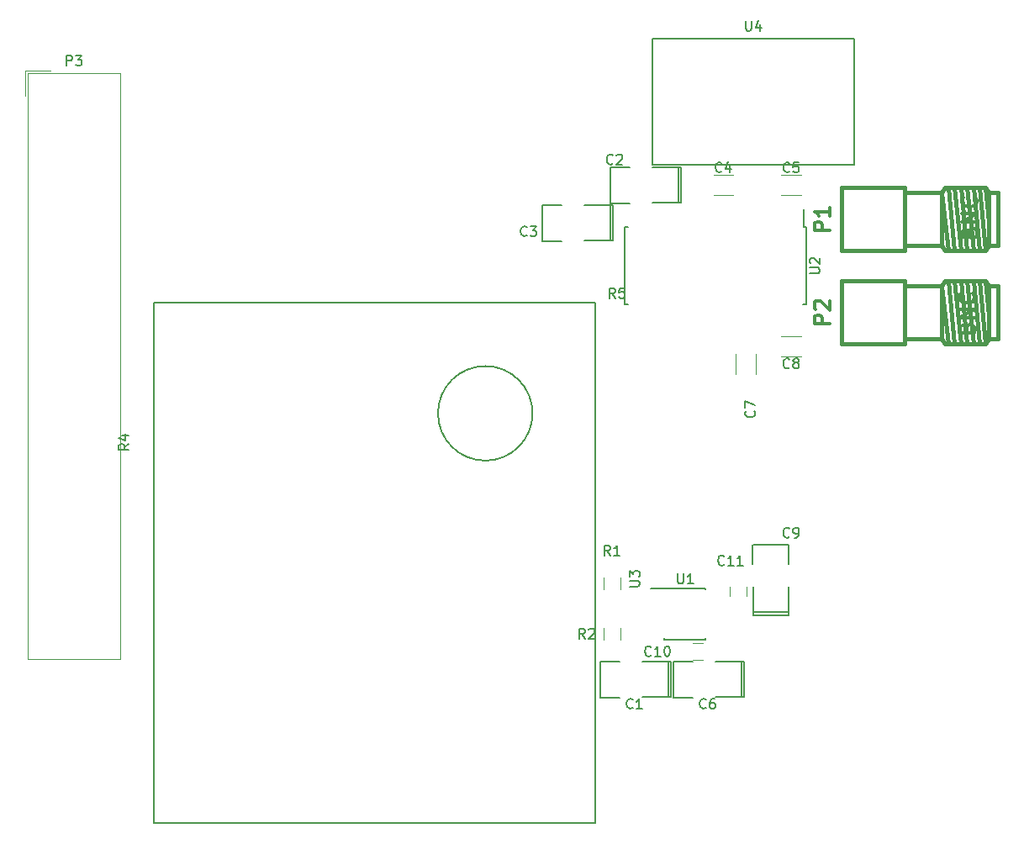
<source format=gto>
G04 #@! TF.GenerationSoftware,KiCad,Pcbnew,(2017-12-02 revision 3109343)-master*
G04 #@! TF.CreationDate,2018-01-05T03:29:25-05:00*
G04 #@! TF.ProjectId,ddc112brd,6464633131326272642E6B696361645F,rev?*
G04 #@! TF.SameCoordinates,Original*
G04 #@! TF.FileFunction,Legend,Top*
G04 #@! TF.FilePolarity,Positive*
%FSLAX46Y46*%
G04 Gerber Fmt 4.6, Leading zero omitted, Abs format (unit mm)*
G04 Created by KiCad (PCBNEW (2017-12-02 revision 3109343)-master) date Fri Jan  5 03:29:25 2018*
%MOMM*%
%LPD*%
G01*
G04 APERTURE LIST*
%ADD10C,0.381000*%
%ADD11C,0.150000*%
%ADD12C,0.120000*%
%ADD13C,0.304800*%
G04 APERTURE END LIST*
D10*
X201521060Y-76700380D02*
X202465940Y-76700380D01*
X201521060Y-71381620D02*
X202465940Y-71381620D01*
X193014600Y-71381620D02*
X196794120Y-71381620D01*
X193014600Y-76700380D02*
X196794120Y-76700380D01*
X201206100Y-70848220D02*
X201521060Y-74307700D01*
X197424040Y-77233780D02*
X196794120Y-71381620D01*
X197424040Y-70848220D02*
X198053960Y-77233780D01*
X198053960Y-70848220D02*
X198683880Y-77233780D01*
X198683880Y-70848220D02*
X199313800Y-77233780D01*
X199313800Y-70848220D02*
X199946260Y-77233780D01*
X199946260Y-70848220D02*
X200576180Y-77233780D01*
X200576180Y-70848220D02*
X201206100Y-77233780D01*
X201206100Y-70848220D02*
X201521060Y-71381620D01*
X201521060Y-71381620D02*
X201521060Y-76700380D01*
X201521060Y-76700380D02*
X201206100Y-77233780D01*
X201206100Y-77233780D02*
X197109080Y-77233780D01*
X197109080Y-77233780D02*
X196794120Y-76700380D01*
X196794120Y-76700380D02*
X196794120Y-71381620D01*
X196794120Y-71381620D02*
X197109080Y-70848220D01*
X197109080Y-70848220D02*
X201206100Y-70848220D01*
X202465940Y-76700380D02*
X202465940Y-71381620D01*
X193014600Y-70891400D02*
X193014600Y-77190600D01*
X193014600Y-77190600D02*
X186715400Y-77190600D01*
X186715400Y-77190600D02*
X186715400Y-70891400D01*
X186715400Y-70891400D02*
X193014600Y-70891400D01*
D11*
X182865000Y-74865000D02*
X182865000Y-73040000D01*
X164865000Y-74865000D02*
X164865000Y-82615000D01*
X183115000Y-74865000D02*
X183115000Y-82615000D01*
X164865000Y-74865000D02*
X165210000Y-74865000D01*
X164865000Y-82615000D02*
X165210000Y-82615000D01*
X183115000Y-82615000D02*
X182770000Y-82615000D01*
X183115000Y-74865000D02*
X182865000Y-74865000D01*
X163388000Y-76222000D02*
X163388000Y-72622000D01*
X163688000Y-72622000D02*
X160788000Y-72622000D01*
X163688000Y-76222000D02*
X160788000Y-76222000D01*
X163688000Y-76222000D02*
X163688000Y-75872000D01*
X163688000Y-72622000D02*
X163688000Y-73022000D01*
X156588000Y-72622000D02*
X156588000Y-73422000D01*
X156588000Y-75822000D02*
X156588000Y-76022000D01*
X156588000Y-76022000D02*
X156588000Y-76222000D01*
X163682000Y-75946000D02*
X163682000Y-72898000D01*
X158499000Y-72598000D02*
X156594000Y-72598000D01*
X156594000Y-72898000D02*
X156594000Y-75946000D01*
X156594000Y-76246000D02*
X158499000Y-76246000D01*
X167640000Y-67310000D02*
X167640000Y-57150000D01*
X187960000Y-57150000D02*
X187960000Y-67310000D01*
X167640000Y-55880000D02*
X167640000Y-57150000D01*
X187960000Y-55880000D02*
X167640000Y-55880000D01*
X187960000Y-57150000D02*
X187960000Y-55880000D01*
X167640000Y-68580000D02*
X167640000Y-67310000D01*
X187960000Y-68580000D02*
X167640000Y-68580000D01*
X187960000Y-67310000D02*
X187960000Y-68580000D01*
X187960000Y-68580000D02*
X187960000Y-67310000D01*
X168867000Y-111267000D02*
X167467000Y-111267000D01*
X168867000Y-116367000D02*
X173017000Y-116367000D01*
X168867000Y-111217000D02*
X173017000Y-111217000D01*
X168867000Y-116367000D02*
X168867000Y-116222000D01*
X173017000Y-116367000D02*
X173017000Y-116222000D01*
X173017000Y-111217000D02*
X173017000Y-111362000D01*
X168867000Y-111217000D02*
X168867000Y-111267000D01*
D10*
X186715400Y-80289400D02*
X193014600Y-80289400D01*
X186715400Y-86588600D02*
X186715400Y-80289400D01*
X193014600Y-86588600D02*
X186715400Y-86588600D01*
X193014600Y-80289400D02*
X193014600Y-86588600D01*
X202465940Y-86098380D02*
X202465940Y-80779620D01*
X197109080Y-80246220D02*
X201206100Y-80246220D01*
X196794120Y-80779620D02*
X197109080Y-80246220D01*
X196794120Y-86098380D02*
X196794120Y-80779620D01*
X197109080Y-86631780D02*
X196794120Y-86098380D01*
X201206100Y-86631780D02*
X197109080Y-86631780D01*
X201521060Y-86098380D02*
X201206100Y-86631780D01*
X201521060Y-80779620D02*
X201521060Y-86098380D01*
X201206100Y-80246220D02*
X201521060Y-80779620D01*
X200576180Y-80246220D02*
X201206100Y-86631780D01*
X199946260Y-80246220D02*
X200576180Y-86631780D01*
X199313800Y-80246220D02*
X199946260Y-86631780D01*
X198683880Y-80246220D02*
X199313800Y-86631780D01*
X198053960Y-80246220D02*
X198683880Y-86631780D01*
X197424040Y-80246220D02*
X198053960Y-86631780D01*
X197424040Y-86631780D02*
X196794120Y-80779620D01*
X201206100Y-80246220D02*
X201521060Y-83705700D01*
X193014600Y-86098380D02*
X196794120Y-86098380D01*
X193014600Y-80779620D02*
X196794120Y-80779620D01*
X201521060Y-80779620D02*
X202465940Y-80779620D01*
X201521060Y-86098380D02*
X202465940Y-86098380D01*
D11*
X169230000Y-122196000D02*
X169230000Y-118596000D01*
X169530000Y-118596000D02*
X166630000Y-118596000D01*
X169530000Y-122196000D02*
X166630000Y-122196000D01*
X169530000Y-122196000D02*
X169530000Y-121846000D01*
X169530000Y-118596000D02*
X169530000Y-118996000D01*
X162430000Y-118596000D02*
X162430000Y-119396000D01*
X162430000Y-121796000D02*
X162430000Y-121996000D01*
X162430000Y-121996000D02*
X162430000Y-122196000D01*
X169524000Y-121920000D02*
X169524000Y-118872000D01*
X164341000Y-118572000D02*
X162436000Y-118572000D01*
X162436000Y-118872000D02*
X162436000Y-121920000D01*
X162436000Y-122220000D02*
X164341000Y-122220000D01*
X163452000Y-72436000D02*
X165357000Y-72436000D01*
X163452000Y-69088000D02*
X163452000Y-72136000D01*
X165357000Y-68788000D02*
X163452000Y-68788000D01*
X170540000Y-72136000D02*
X170540000Y-69088000D01*
X163446000Y-72212000D02*
X163446000Y-72412000D01*
X163446000Y-72012000D02*
X163446000Y-72212000D01*
X163446000Y-68812000D02*
X163446000Y-69612000D01*
X170546000Y-68812000D02*
X170546000Y-69212000D01*
X170546000Y-72412000D02*
X170546000Y-72062000D01*
X170546000Y-72412000D02*
X167646000Y-72412000D01*
X170546000Y-68812000D02*
X167646000Y-68812000D01*
X170246000Y-72412000D02*
X170246000Y-68812000D01*
D12*
X175784000Y-69592000D02*
X173784000Y-69592000D01*
X173784000Y-71632000D02*
X175784000Y-71632000D01*
X180610000Y-71632000D02*
X182610000Y-71632000D01*
X182610000Y-69592000D02*
X180610000Y-69592000D01*
D11*
X169802000Y-122220000D02*
X171707000Y-122220000D01*
X169802000Y-118872000D02*
X169802000Y-121920000D01*
X171707000Y-118572000D02*
X169802000Y-118572000D01*
X176890000Y-121920000D02*
X176890000Y-118872000D01*
X169796000Y-121996000D02*
X169796000Y-122196000D01*
X169796000Y-121796000D02*
X169796000Y-121996000D01*
X169796000Y-118596000D02*
X169796000Y-119396000D01*
X176896000Y-118596000D02*
X176896000Y-118996000D01*
X176896000Y-122196000D02*
X176896000Y-121846000D01*
X176896000Y-122196000D02*
X173996000Y-122196000D01*
X176896000Y-118596000D02*
X173996000Y-118596000D01*
X176596000Y-122196000D02*
X176596000Y-118596000D01*
D12*
X178058000Y-89614000D02*
X178058000Y-87614000D01*
X176018000Y-87614000D02*
X176018000Y-89614000D01*
X182610000Y-85848000D02*
X180610000Y-85848000D01*
X180610000Y-87888000D02*
X182610000Y-87888000D01*
D11*
X177778000Y-113636000D02*
X181378000Y-113636000D01*
X181378000Y-113936000D02*
X181378000Y-111036000D01*
X177778000Y-113936000D02*
X177778000Y-111036000D01*
X177778000Y-113936000D02*
X178128000Y-113936000D01*
X181378000Y-113936000D02*
X180978000Y-113936000D01*
X181378000Y-106836000D02*
X180578000Y-106836000D01*
X178178000Y-106836000D02*
X177978000Y-106836000D01*
X177978000Y-106836000D02*
X177778000Y-106836000D01*
X178054000Y-113930000D02*
X181102000Y-113930000D01*
X181402000Y-108747000D02*
X181402000Y-106842000D01*
X181102000Y-106842000D02*
X178054000Y-106842000D01*
X177754000Y-106842000D02*
X177754000Y-108747000D01*
D12*
X172732000Y-116752000D02*
X171732000Y-116752000D01*
X171732000Y-118452000D02*
X172732000Y-118452000D01*
X177126000Y-112026000D02*
X177126000Y-111026000D01*
X175426000Y-111026000D02*
X175426000Y-112026000D01*
X104460001Y-59111500D02*
X107000001Y-59111500D01*
X104460001Y-59111500D02*
X104460001Y-61651500D01*
X104710001Y-59361500D02*
X114060001Y-59361500D01*
X104710001Y-118321500D02*
X104710001Y-59361500D01*
X114060001Y-118321500D02*
X104710001Y-118321500D01*
X114060001Y-59361500D02*
X114060001Y-118321500D01*
X162696000Y-111344000D02*
X162696000Y-110144000D01*
X164456000Y-110144000D02*
X164456000Y-111344000D01*
X164456000Y-115224000D02*
X164456000Y-116424000D01*
X162696000Y-116424000D02*
X162696000Y-115224000D01*
D11*
X155575000Y-93599000D02*
G75*
G03X155575000Y-93599000I-4762500J0D01*
G01*
X161925000Y-82486500D02*
X161925000Y-134874000D01*
X161925000Y-134874000D02*
X117475000Y-134874000D01*
X117475000Y-134874000D02*
X117475000Y-82486500D01*
X117475000Y-82486500D02*
X161925000Y-82486500D01*
D13*
X185474428Y-75165857D02*
X183950428Y-75165857D01*
X183950428Y-74585285D01*
X184023000Y-74440142D01*
X184095571Y-74367571D01*
X184240714Y-74295000D01*
X184458428Y-74295000D01*
X184603571Y-74367571D01*
X184676142Y-74440142D01*
X184748714Y-74585285D01*
X184748714Y-75165857D01*
X185474428Y-72843571D02*
X185474428Y-73714428D01*
X185474428Y-73279000D02*
X183950428Y-73279000D01*
X184168142Y-73424142D01*
X184313285Y-73569285D01*
X184385857Y-73714428D01*
X199535142Y-75365428D02*
X199607714Y-75147714D01*
X199680285Y-75075142D01*
X199825428Y-75002571D01*
X200043142Y-75002571D01*
X200188285Y-75075142D01*
X200260857Y-75147714D01*
X200333428Y-75292857D01*
X200333428Y-75873428D01*
X198809428Y-75873428D01*
X198809428Y-75365428D01*
X198882000Y-75220285D01*
X198954571Y-75147714D01*
X199099714Y-75075142D01*
X199244857Y-75075142D01*
X199390000Y-75147714D01*
X199462571Y-75220285D01*
X199535142Y-75365428D01*
X199535142Y-75873428D01*
X200333428Y-74349428D02*
X198809428Y-74349428D01*
X200333428Y-73478571D01*
X198809428Y-73478571D01*
X200188285Y-71882000D02*
X200260857Y-71954571D01*
X200333428Y-72172285D01*
X200333428Y-72317428D01*
X200260857Y-72535142D01*
X200115714Y-72680285D01*
X199970571Y-72752857D01*
X199680285Y-72825428D01*
X199462571Y-72825428D01*
X199172285Y-72752857D01*
X199027142Y-72680285D01*
X198882000Y-72535142D01*
X198809428Y-72317428D01*
X198809428Y-72172285D01*
X198882000Y-71954571D01*
X198954571Y-71882000D01*
D11*
X183492380Y-79501904D02*
X184301904Y-79501904D01*
X184397142Y-79454285D01*
X184444761Y-79406666D01*
X184492380Y-79311428D01*
X184492380Y-79120952D01*
X184444761Y-79025714D01*
X184397142Y-78978095D01*
X184301904Y-78930476D01*
X183492380Y-78930476D01*
X183587619Y-78501904D02*
X183540000Y-78454285D01*
X183492380Y-78359047D01*
X183492380Y-78120952D01*
X183540000Y-78025714D01*
X183587619Y-77978095D01*
X183682857Y-77930476D01*
X183778095Y-77930476D01*
X183920952Y-77978095D01*
X184492380Y-78549523D01*
X184492380Y-77930476D01*
X154995333Y-75668142D02*
X154947714Y-75715761D01*
X154804857Y-75763380D01*
X154709619Y-75763380D01*
X154566761Y-75715761D01*
X154471523Y-75620523D01*
X154423904Y-75525285D01*
X154376285Y-75334809D01*
X154376285Y-75191952D01*
X154423904Y-75001476D01*
X154471523Y-74906238D01*
X154566761Y-74811000D01*
X154709619Y-74763380D01*
X154804857Y-74763380D01*
X154947714Y-74811000D01*
X154995333Y-74858619D01*
X155328666Y-74763380D02*
X155947714Y-74763380D01*
X155614380Y-75144333D01*
X155757238Y-75144333D01*
X155852476Y-75191952D01*
X155900095Y-75239571D01*
X155947714Y-75334809D01*
X155947714Y-75572904D01*
X155900095Y-75668142D01*
X155852476Y-75715761D01*
X155757238Y-75763380D01*
X155471523Y-75763380D01*
X155376285Y-75715761D01*
X155328666Y-75668142D01*
X177038095Y-54062380D02*
X177038095Y-54871904D01*
X177085714Y-54967142D01*
X177133333Y-55014761D01*
X177228571Y-55062380D01*
X177419047Y-55062380D01*
X177514285Y-55014761D01*
X177561904Y-54967142D01*
X177609523Y-54871904D01*
X177609523Y-54062380D01*
X178514285Y-54395714D02*
X178514285Y-55062380D01*
X178276190Y-54014761D02*
X178038095Y-54729047D01*
X178657142Y-54729047D01*
X170180095Y-109744380D02*
X170180095Y-110553904D01*
X170227714Y-110649142D01*
X170275333Y-110696761D01*
X170370571Y-110744380D01*
X170561047Y-110744380D01*
X170656285Y-110696761D01*
X170703904Y-110649142D01*
X170751523Y-110553904D01*
X170751523Y-109744380D01*
X171751523Y-110744380D02*
X171180095Y-110744380D01*
X171465809Y-110744380D02*
X171465809Y-109744380D01*
X171370571Y-109887238D01*
X171275333Y-109982476D01*
X171180095Y-110030095D01*
D13*
X185474428Y-84563857D02*
X183950428Y-84563857D01*
X183950428Y-83983285D01*
X184023000Y-83838142D01*
X184095571Y-83765571D01*
X184240714Y-83693000D01*
X184458428Y-83693000D01*
X184603571Y-83765571D01*
X184676142Y-83838142D01*
X184748714Y-83983285D01*
X184748714Y-84563857D01*
X184095571Y-83112428D02*
X184023000Y-83039857D01*
X183950428Y-82894714D01*
X183950428Y-82531857D01*
X184023000Y-82386714D01*
X184095571Y-82314142D01*
X184240714Y-82241571D01*
X184385857Y-82241571D01*
X184603571Y-82314142D01*
X185474428Y-83185000D01*
X185474428Y-82241571D01*
X199281142Y-85017428D02*
X199353714Y-84799714D01*
X199426285Y-84727142D01*
X199571428Y-84654571D01*
X199789142Y-84654571D01*
X199934285Y-84727142D01*
X200006857Y-84799714D01*
X200079428Y-84944857D01*
X200079428Y-85525428D01*
X198555428Y-85525428D01*
X198555428Y-85017428D01*
X198628000Y-84872285D01*
X198700571Y-84799714D01*
X198845714Y-84727142D01*
X198990857Y-84727142D01*
X199136000Y-84799714D01*
X199208571Y-84872285D01*
X199281142Y-85017428D01*
X199281142Y-85525428D01*
X200079428Y-84001428D02*
X198555428Y-84001428D01*
X200079428Y-83130571D01*
X198555428Y-83130571D01*
X199934285Y-81534000D02*
X200006857Y-81606571D01*
X200079428Y-81824285D01*
X200079428Y-81969428D01*
X200006857Y-82187142D01*
X199861714Y-82332285D01*
X199716571Y-82404857D01*
X199426285Y-82477428D01*
X199208571Y-82477428D01*
X198918285Y-82404857D01*
X198773142Y-82332285D01*
X198628000Y-82187142D01*
X198555428Y-81969428D01*
X198555428Y-81824285D01*
X198628000Y-81606571D01*
X198700571Y-81534000D01*
D11*
X165663333Y-123253142D02*
X165615714Y-123300761D01*
X165472857Y-123348380D01*
X165377619Y-123348380D01*
X165234761Y-123300761D01*
X165139523Y-123205523D01*
X165091904Y-123110285D01*
X165044285Y-122919809D01*
X165044285Y-122776952D01*
X165091904Y-122586476D01*
X165139523Y-122491238D01*
X165234761Y-122396000D01*
X165377619Y-122348380D01*
X165472857Y-122348380D01*
X165615714Y-122396000D01*
X165663333Y-122443619D01*
X166615714Y-123348380D02*
X166044285Y-123348380D01*
X166330000Y-123348380D02*
X166330000Y-122348380D01*
X166234761Y-122491238D01*
X166139523Y-122586476D01*
X166044285Y-122634095D01*
X163663333Y-68429142D02*
X163615714Y-68476761D01*
X163472857Y-68524380D01*
X163377619Y-68524380D01*
X163234761Y-68476761D01*
X163139523Y-68381523D01*
X163091904Y-68286285D01*
X163044285Y-68095809D01*
X163044285Y-67952952D01*
X163091904Y-67762476D01*
X163139523Y-67667238D01*
X163234761Y-67572000D01*
X163377619Y-67524380D01*
X163472857Y-67524380D01*
X163615714Y-67572000D01*
X163663333Y-67619619D01*
X164044285Y-67619619D02*
X164091904Y-67572000D01*
X164187142Y-67524380D01*
X164425238Y-67524380D01*
X164520476Y-67572000D01*
X164568095Y-67619619D01*
X164615714Y-67714857D01*
X164615714Y-67810095D01*
X164568095Y-67952952D01*
X163996666Y-68524380D01*
X164615714Y-68524380D01*
X174617333Y-69219142D02*
X174569714Y-69266761D01*
X174426857Y-69314380D01*
X174331619Y-69314380D01*
X174188761Y-69266761D01*
X174093523Y-69171523D01*
X174045904Y-69076285D01*
X173998285Y-68885809D01*
X173998285Y-68742952D01*
X174045904Y-68552476D01*
X174093523Y-68457238D01*
X174188761Y-68362000D01*
X174331619Y-68314380D01*
X174426857Y-68314380D01*
X174569714Y-68362000D01*
X174617333Y-68409619D01*
X175474476Y-68647714D02*
X175474476Y-69314380D01*
X175236380Y-68266761D02*
X174998285Y-68981047D01*
X175617333Y-68981047D01*
X181443333Y-69219142D02*
X181395714Y-69266761D01*
X181252857Y-69314380D01*
X181157619Y-69314380D01*
X181014761Y-69266761D01*
X180919523Y-69171523D01*
X180871904Y-69076285D01*
X180824285Y-68885809D01*
X180824285Y-68742952D01*
X180871904Y-68552476D01*
X180919523Y-68457238D01*
X181014761Y-68362000D01*
X181157619Y-68314380D01*
X181252857Y-68314380D01*
X181395714Y-68362000D01*
X181443333Y-68409619D01*
X182348095Y-68314380D02*
X181871904Y-68314380D01*
X181824285Y-68790571D01*
X181871904Y-68742952D01*
X181967142Y-68695333D01*
X182205238Y-68695333D01*
X182300476Y-68742952D01*
X182348095Y-68790571D01*
X182395714Y-68885809D01*
X182395714Y-69123904D01*
X182348095Y-69219142D01*
X182300476Y-69266761D01*
X182205238Y-69314380D01*
X181967142Y-69314380D01*
X181871904Y-69266761D01*
X181824285Y-69219142D01*
X173029333Y-123253142D02*
X172981714Y-123300761D01*
X172838857Y-123348380D01*
X172743619Y-123348380D01*
X172600761Y-123300761D01*
X172505523Y-123205523D01*
X172457904Y-123110285D01*
X172410285Y-122919809D01*
X172410285Y-122776952D01*
X172457904Y-122586476D01*
X172505523Y-122491238D01*
X172600761Y-122396000D01*
X172743619Y-122348380D01*
X172838857Y-122348380D01*
X172981714Y-122396000D01*
X173029333Y-122443619D01*
X173886476Y-122348380D02*
X173696000Y-122348380D01*
X173600761Y-122396000D01*
X173553142Y-122443619D01*
X173457904Y-122586476D01*
X173410285Y-122776952D01*
X173410285Y-123157904D01*
X173457904Y-123253142D01*
X173505523Y-123300761D01*
X173600761Y-123348380D01*
X173791238Y-123348380D01*
X173886476Y-123300761D01*
X173934095Y-123253142D01*
X173981714Y-123157904D01*
X173981714Y-122919809D01*
X173934095Y-122824571D01*
X173886476Y-122776952D01*
X173791238Y-122729333D01*
X173600761Y-122729333D01*
X173505523Y-122776952D01*
X173457904Y-122824571D01*
X173410285Y-122919809D01*
X177903142Y-93384666D02*
X177950761Y-93432285D01*
X177998380Y-93575142D01*
X177998380Y-93670380D01*
X177950761Y-93813238D01*
X177855523Y-93908476D01*
X177760285Y-93956095D01*
X177569809Y-94003714D01*
X177426952Y-94003714D01*
X177236476Y-93956095D01*
X177141238Y-93908476D01*
X177046000Y-93813238D01*
X176998380Y-93670380D01*
X176998380Y-93575142D01*
X177046000Y-93432285D01*
X177093619Y-93384666D01*
X176998380Y-93051333D02*
X176998380Y-92384666D01*
X177998380Y-92813238D01*
X181443333Y-88975142D02*
X181395714Y-89022761D01*
X181252857Y-89070380D01*
X181157619Y-89070380D01*
X181014761Y-89022761D01*
X180919523Y-88927523D01*
X180871904Y-88832285D01*
X180824285Y-88641809D01*
X180824285Y-88498952D01*
X180871904Y-88308476D01*
X180919523Y-88213238D01*
X181014761Y-88118000D01*
X181157619Y-88070380D01*
X181252857Y-88070380D01*
X181395714Y-88118000D01*
X181443333Y-88165619D01*
X182014761Y-88498952D02*
X181919523Y-88451333D01*
X181871904Y-88403714D01*
X181824285Y-88308476D01*
X181824285Y-88260857D01*
X181871904Y-88165619D01*
X181919523Y-88118000D01*
X182014761Y-88070380D01*
X182205238Y-88070380D01*
X182300476Y-88118000D01*
X182348095Y-88165619D01*
X182395714Y-88260857D01*
X182395714Y-88308476D01*
X182348095Y-88403714D01*
X182300476Y-88451333D01*
X182205238Y-88498952D01*
X182014761Y-88498952D01*
X181919523Y-88546571D01*
X181871904Y-88594190D01*
X181824285Y-88689428D01*
X181824285Y-88879904D01*
X181871904Y-88975142D01*
X181919523Y-89022761D01*
X182014761Y-89070380D01*
X182205238Y-89070380D01*
X182300476Y-89022761D01*
X182348095Y-88975142D01*
X182395714Y-88879904D01*
X182395714Y-88689428D01*
X182348095Y-88594190D01*
X182300476Y-88546571D01*
X182205238Y-88498952D01*
X181443333Y-106021142D02*
X181395714Y-106068761D01*
X181252857Y-106116380D01*
X181157619Y-106116380D01*
X181014761Y-106068761D01*
X180919523Y-105973523D01*
X180871904Y-105878285D01*
X180824285Y-105687809D01*
X180824285Y-105544952D01*
X180871904Y-105354476D01*
X180919523Y-105259238D01*
X181014761Y-105164000D01*
X181157619Y-105116380D01*
X181252857Y-105116380D01*
X181395714Y-105164000D01*
X181443333Y-105211619D01*
X181919523Y-106116380D02*
X182110000Y-106116380D01*
X182205238Y-106068761D01*
X182252857Y-106021142D01*
X182348095Y-105878285D01*
X182395714Y-105687809D01*
X182395714Y-105306857D01*
X182348095Y-105211619D01*
X182300476Y-105164000D01*
X182205238Y-105116380D01*
X182014761Y-105116380D01*
X181919523Y-105164000D01*
X181871904Y-105211619D01*
X181824285Y-105306857D01*
X181824285Y-105544952D01*
X181871904Y-105640190D01*
X181919523Y-105687809D01*
X182014761Y-105735428D01*
X182205238Y-105735428D01*
X182300476Y-105687809D01*
X182348095Y-105640190D01*
X182395714Y-105544952D01*
X167505142Y-117959142D02*
X167457523Y-118006761D01*
X167314666Y-118054380D01*
X167219428Y-118054380D01*
X167076571Y-118006761D01*
X166981333Y-117911523D01*
X166933714Y-117816285D01*
X166886095Y-117625809D01*
X166886095Y-117482952D01*
X166933714Y-117292476D01*
X166981333Y-117197238D01*
X167076571Y-117102000D01*
X167219428Y-117054380D01*
X167314666Y-117054380D01*
X167457523Y-117102000D01*
X167505142Y-117149619D01*
X168457523Y-118054380D02*
X167886095Y-118054380D01*
X168171809Y-118054380D02*
X168171809Y-117054380D01*
X168076571Y-117197238D01*
X167981333Y-117292476D01*
X167886095Y-117340095D01*
X169076571Y-117054380D02*
X169171809Y-117054380D01*
X169267047Y-117102000D01*
X169314666Y-117149619D01*
X169362285Y-117244857D01*
X169409904Y-117435333D01*
X169409904Y-117673428D01*
X169362285Y-117863904D01*
X169314666Y-117959142D01*
X169267047Y-118006761D01*
X169171809Y-118054380D01*
X169076571Y-118054380D01*
X168981333Y-118006761D01*
X168933714Y-117959142D01*
X168886095Y-117863904D01*
X168838476Y-117673428D01*
X168838476Y-117435333D01*
X168886095Y-117244857D01*
X168933714Y-117149619D01*
X168981333Y-117102000D01*
X169076571Y-117054380D01*
X174871142Y-108815142D02*
X174823523Y-108862761D01*
X174680666Y-108910380D01*
X174585428Y-108910380D01*
X174442571Y-108862761D01*
X174347333Y-108767523D01*
X174299714Y-108672285D01*
X174252095Y-108481809D01*
X174252095Y-108338952D01*
X174299714Y-108148476D01*
X174347333Y-108053238D01*
X174442571Y-107958000D01*
X174585428Y-107910380D01*
X174680666Y-107910380D01*
X174823523Y-107958000D01*
X174871142Y-108005619D01*
X175823523Y-108910380D02*
X175252095Y-108910380D01*
X175537809Y-108910380D02*
X175537809Y-107910380D01*
X175442571Y-108053238D01*
X175347333Y-108148476D01*
X175252095Y-108196095D01*
X176775904Y-108910380D02*
X176204476Y-108910380D01*
X176490190Y-108910380D02*
X176490190Y-107910380D01*
X176394952Y-108053238D01*
X176299714Y-108148476D01*
X176204476Y-108196095D01*
X108646905Y-58559880D02*
X108646905Y-57559880D01*
X109027858Y-57559880D01*
X109123096Y-57607500D01*
X109170715Y-57655119D01*
X109218334Y-57750357D01*
X109218334Y-57893214D01*
X109170715Y-57988452D01*
X109123096Y-58036071D01*
X109027858Y-58083690D01*
X108646905Y-58083690D01*
X109551667Y-57559880D02*
X110170715Y-57559880D01*
X109837381Y-57940833D01*
X109980239Y-57940833D01*
X110075477Y-57988452D01*
X110123096Y-58036071D01*
X110170715Y-58131309D01*
X110170715Y-58369404D01*
X110123096Y-58464642D01*
X110075477Y-58512261D01*
X109980239Y-58559880D01*
X109694524Y-58559880D01*
X109599286Y-58512261D01*
X109551667Y-58464642D01*
X163409333Y-107894380D02*
X163076000Y-107418190D01*
X162837904Y-107894380D02*
X162837904Y-106894380D01*
X163218857Y-106894380D01*
X163314095Y-106942000D01*
X163361714Y-106989619D01*
X163409333Y-107084857D01*
X163409333Y-107227714D01*
X163361714Y-107322952D01*
X163314095Y-107370571D01*
X163218857Y-107418190D01*
X162837904Y-107418190D01*
X164361714Y-107894380D02*
X163790285Y-107894380D01*
X164076000Y-107894380D02*
X164076000Y-106894380D01*
X163980761Y-107037238D01*
X163885523Y-107132476D01*
X163790285Y-107180095D01*
X160869333Y-116276380D02*
X160536000Y-115800190D01*
X160297904Y-116276380D02*
X160297904Y-115276380D01*
X160678857Y-115276380D01*
X160774095Y-115324000D01*
X160821714Y-115371619D01*
X160869333Y-115466857D01*
X160869333Y-115609714D01*
X160821714Y-115704952D01*
X160774095Y-115752571D01*
X160678857Y-115800190D01*
X160297904Y-115800190D01*
X161250285Y-115371619D02*
X161297904Y-115324000D01*
X161393142Y-115276380D01*
X161631238Y-115276380D01*
X161726476Y-115324000D01*
X161774095Y-115371619D01*
X161821714Y-115466857D01*
X161821714Y-115562095D01*
X161774095Y-115704952D01*
X161202666Y-116276380D01*
X161821714Y-116276380D01*
X114922380Y-96686666D02*
X114446190Y-97020000D01*
X114922380Y-97258095D02*
X113922380Y-97258095D01*
X113922380Y-96877142D01*
X113970000Y-96781904D01*
X114017619Y-96734285D01*
X114112857Y-96686666D01*
X114255714Y-96686666D01*
X114350952Y-96734285D01*
X114398571Y-96781904D01*
X114446190Y-96877142D01*
X114446190Y-97258095D01*
X114255714Y-95829523D02*
X114922380Y-95829523D01*
X113874761Y-96067619D02*
X114589047Y-96305714D01*
X114589047Y-95686666D01*
X163917333Y-81986380D02*
X163584000Y-81510190D01*
X163345904Y-81986380D02*
X163345904Y-80986380D01*
X163726857Y-80986380D01*
X163822095Y-81034000D01*
X163869714Y-81081619D01*
X163917333Y-81176857D01*
X163917333Y-81319714D01*
X163869714Y-81414952D01*
X163822095Y-81462571D01*
X163726857Y-81510190D01*
X163345904Y-81510190D01*
X164822095Y-80986380D02*
X164345904Y-80986380D01*
X164298285Y-81462571D01*
X164345904Y-81414952D01*
X164441142Y-81367333D01*
X164679238Y-81367333D01*
X164774476Y-81414952D01*
X164822095Y-81462571D01*
X164869714Y-81557809D01*
X164869714Y-81795904D01*
X164822095Y-81891142D01*
X164774476Y-81938761D01*
X164679238Y-81986380D01*
X164441142Y-81986380D01*
X164345904Y-81938761D01*
X164298285Y-81891142D01*
X165346130Y-111029654D02*
X166155654Y-111029654D01*
X166250892Y-110982035D01*
X166298511Y-110934416D01*
X166346130Y-110839178D01*
X166346130Y-110648702D01*
X166298511Y-110553464D01*
X166250892Y-110505845D01*
X166155654Y-110458226D01*
X165346130Y-110458226D01*
X165346130Y-110077273D02*
X165346130Y-109458226D01*
X165727083Y-109791559D01*
X165727083Y-109648702D01*
X165774702Y-109553464D01*
X165822321Y-109505845D01*
X165917559Y-109458226D01*
X166155654Y-109458226D01*
X166250892Y-109505845D01*
X166298511Y-109553464D01*
X166346130Y-109648702D01*
X166346130Y-109934416D01*
X166298511Y-110029654D01*
X166250892Y-110077273D01*
M02*

</source>
